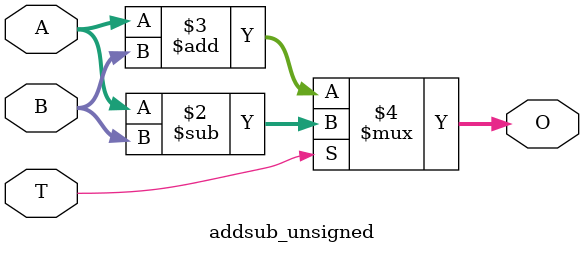
<source format=v>
module addsub_unsigned#(
  parameter WIDTH = 4
)(A, B, T, O);
  input [WIDTH-1:0] A;
  input  [WIDTH-1:0] B;
  input T;
  output [WIDTH:0] O;

  assign O = (T == 1'b1) ? (A - B) : (A+B);
endmodule




</source>
